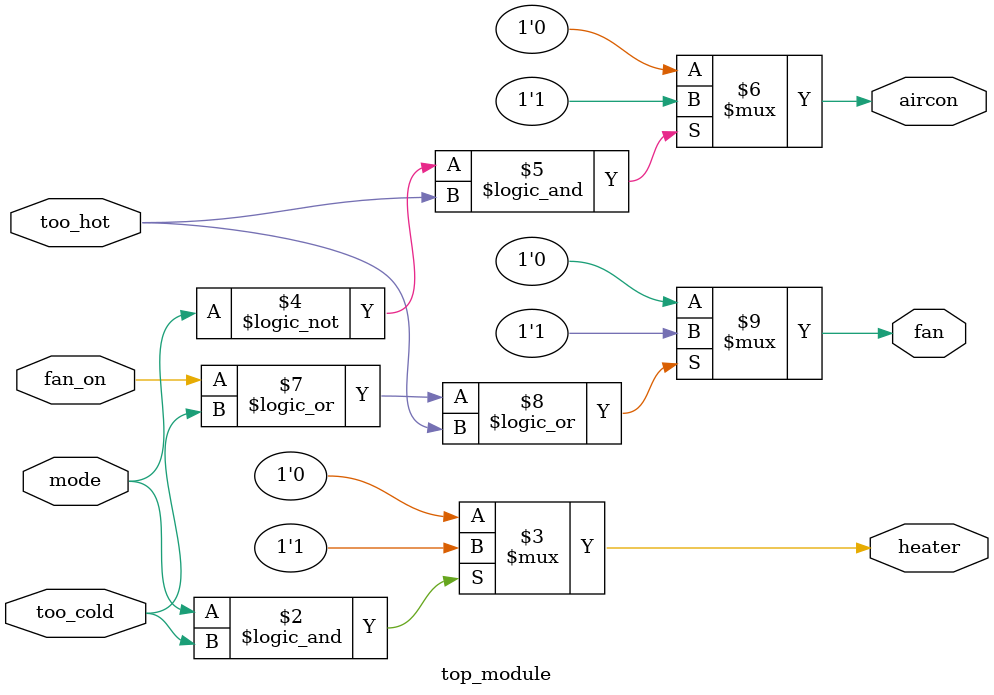
<source format=sv>
module top_module(
    input mode,
    input too_cold, 
    input too_hot,
    input fan_on,
    output reg heater,
    output reg aircon,
    output reg fan
);

always @(*) begin
    heater = (mode && too_cold) ? 1'b1 : 1'b0;
    aircon = (!mode && too_hot) ? 1'b1 : 1'b0;
    fan = (fan_on || too_cold || too_hot) ? 1'b1 : 1'b0;
end

endmodule

</source>
